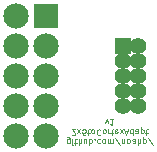
<source format=gbr>
G04 #@! TF.FileFunction,Soldermask,Bot*
%FSLAX46Y46*%
G04 Gerber Fmt 4.6, Leading zero omitted, Abs format (unit mm)*
G04 Created by KiCad (PCBNEW 4.0.0-rc1-stable) date 11/11/2015 5:52:51 PM*
%MOMM*%
G01*
G04 APERTURE LIST*
%ADD10C,0.100000*%
%ADD11C,0.125000*%
%ADD12R,1.400000X1.400000*%
%ADD13C,1.400000*%
%ADD14R,2.150000X2.150000*%
%ADD15C,2.150000*%
G04 APERTURE END LIST*
D10*
D11*
X152321047Y-115930643D02*
X152321047Y-115525881D01*
X152297238Y-115478262D01*
X152273428Y-115454452D01*
X152225809Y-115430643D01*
X152154381Y-115430643D01*
X152106762Y-115454452D01*
X152321047Y-115621119D02*
X152273428Y-115597310D01*
X152178190Y-115597310D01*
X152130571Y-115621119D01*
X152106762Y-115644929D01*
X152082952Y-115692548D01*
X152082952Y-115835405D01*
X152106762Y-115883024D01*
X152130571Y-115906833D01*
X152178190Y-115930643D01*
X152273428Y-115930643D01*
X152321047Y-115906833D01*
X152559143Y-115597310D02*
X152559143Y-115930643D01*
X152559143Y-116097310D02*
X152535333Y-116073500D01*
X152559143Y-116049690D01*
X152582952Y-116073500D01*
X152559143Y-116097310D01*
X152559143Y-116049690D01*
X152725809Y-115930643D02*
X152916285Y-115930643D01*
X152797238Y-116097310D02*
X152797238Y-115668738D01*
X152821047Y-115621119D01*
X152868666Y-115597310D01*
X152916285Y-115597310D01*
X153082952Y-115597310D02*
X153082952Y-116097310D01*
X153297237Y-115597310D02*
X153297237Y-115859214D01*
X153273428Y-115906833D01*
X153225809Y-115930643D01*
X153154380Y-115930643D01*
X153106761Y-115906833D01*
X153082952Y-115883024D01*
X153749618Y-115930643D02*
X153749618Y-115597310D01*
X153535333Y-115930643D02*
X153535333Y-115668738D01*
X153559142Y-115621119D01*
X153606761Y-115597310D01*
X153678190Y-115597310D01*
X153725809Y-115621119D01*
X153749618Y-115644929D01*
X153987714Y-115597310D02*
X153987714Y-116097310D01*
X153987714Y-115906833D02*
X154035333Y-115930643D01*
X154130571Y-115930643D01*
X154178190Y-115906833D01*
X154201999Y-115883024D01*
X154225809Y-115835405D01*
X154225809Y-115692548D01*
X154201999Y-115644929D01*
X154178190Y-115621119D01*
X154130571Y-115597310D01*
X154035333Y-115597310D01*
X153987714Y-115621119D01*
X154440095Y-115644929D02*
X154463904Y-115621119D01*
X154440095Y-115597310D01*
X154416285Y-115621119D01*
X154440095Y-115644929D01*
X154440095Y-115597310D01*
X154892475Y-115621119D02*
X154844856Y-115597310D01*
X154749618Y-115597310D01*
X154701999Y-115621119D01*
X154678190Y-115644929D01*
X154654380Y-115692548D01*
X154654380Y-115835405D01*
X154678190Y-115883024D01*
X154701999Y-115906833D01*
X154749618Y-115930643D01*
X154844856Y-115930643D01*
X154892475Y-115906833D01*
X155178189Y-115597310D02*
X155130570Y-115621119D01*
X155106761Y-115644929D01*
X155082951Y-115692548D01*
X155082951Y-115835405D01*
X155106761Y-115883024D01*
X155130570Y-115906833D01*
X155178189Y-115930643D01*
X155249618Y-115930643D01*
X155297237Y-115906833D01*
X155321046Y-115883024D01*
X155344856Y-115835405D01*
X155344856Y-115692548D01*
X155321046Y-115644929D01*
X155297237Y-115621119D01*
X155249618Y-115597310D01*
X155178189Y-115597310D01*
X155559142Y-115597310D02*
X155559142Y-115930643D01*
X155559142Y-115883024D02*
X155582951Y-115906833D01*
X155630570Y-115930643D01*
X155701999Y-115930643D01*
X155749618Y-115906833D01*
X155773427Y-115859214D01*
X155773427Y-115597310D01*
X155773427Y-115859214D02*
X155797237Y-115906833D01*
X155844856Y-115930643D01*
X155916284Y-115930643D01*
X155963904Y-115906833D01*
X155987713Y-115859214D01*
X155987713Y-115597310D01*
X156582951Y-116121119D02*
X156154380Y-115478262D01*
X156749619Y-115930643D02*
X156749619Y-115597310D01*
X156749619Y-115883024D02*
X156773428Y-115906833D01*
X156821047Y-115930643D01*
X156892476Y-115930643D01*
X156940095Y-115906833D01*
X156963904Y-115859214D01*
X156963904Y-115597310D01*
X157273428Y-115597310D02*
X157225809Y-115621119D01*
X157202000Y-115644929D01*
X157178190Y-115692548D01*
X157178190Y-115835405D01*
X157202000Y-115883024D01*
X157225809Y-115906833D01*
X157273428Y-115930643D01*
X157344857Y-115930643D01*
X157392476Y-115906833D01*
X157416285Y-115883024D01*
X157440095Y-115835405D01*
X157440095Y-115692548D01*
X157416285Y-115644929D01*
X157392476Y-115621119D01*
X157344857Y-115597310D01*
X157273428Y-115597310D01*
X157868666Y-115597310D02*
X157868666Y-115859214D01*
X157844857Y-115906833D01*
X157797238Y-115930643D01*
X157702000Y-115930643D01*
X157654381Y-115906833D01*
X157868666Y-115621119D02*
X157821047Y-115597310D01*
X157702000Y-115597310D01*
X157654381Y-115621119D01*
X157630571Y-115668738D01*
X157630571Y-115716357D01*
X157654381Y-115763976D01*
X157702000Y-115787786D01*
X157821047Y-115787786D01*
X157868666Y-115811595D01*
X158106762Y-115597310D02*
X158106762Y-116097310D01*
X158321047Y-115597310D02*
X158321047Y-115859214D01*
X158297238Y-115906833D01*
X158249619Y-115930643D01*
X158178190Y-115930643D01*
X158130571Y-115906833D01*
X158106762Y-115883024D01*
X158559143Y-115930643D02*
X158559143Y-115430643D01*
X158559143Y-115906833D02*
X158606762Y-115930643D01*
X158702000Y-115930643D01*
X158749619Y-115906833D01*
X158773428Y-115883024D01*
X158797238Y-115835405D01*
X158797238Y-115692548D01*
X158773428Y-115644929D01*
X158749619Y-115621119D01*
X158702000Y-115597310D01*
X158606762Y-115597310D01*
X158559143Y-115621119D01*
X159368666Y-116121119D02*
X158940095Y-115478262D01*
X152523430Y-115224690D02*
X152547240Y-115248500D01*
X152594859Y-115272310D01*
X152713906Y-115272310D01*
X152761525Y-115248500D01*
X152785335Y-115224690D01*
X152809144Y-115177071D01*
X152809144Y-115129452D01*
X152785335Y-115058024D01*
X152499621Y-114772310D01*
X152809144Y-114772310D01*
X152975811Y-114772310D02*
X153237715Y-115105643D01*
X152975811Y-115105643D02*
X153237715Y-114772310D01*
X153666287Y-115272310D02*
X153428192Y-115272310D01*
X153404382Y-115034214D01*
X153428192Y-115058024D01*
X153475811Y-115081833D01*
X153594858Y-115081833D01*
X153642477Y-115058024D01*
X153666287Y-115034214D01*
X153690096Y-114986595D01*
X153690096Y-114867548D01*
X153666287Y-114819929D01*
X153642477Y-114796119D01*
X153594858Y-114772310D01*
X153475811Y-114772310D01*
X153428192Y-114796119D01*
X153404382Y-114819929D01*
X153832953Y-115105643D02*
X154023429Y-115105643D01*
X153904382Y-115272310D02*
X153904382Y-114843738D01*
X153928191Y-114796119D01*
X153975810Y-114772310D01*
X154023429Y-114772310D01*
X154261524Y-114772310D02*
X154213905Y-114796119D01*
X154190096Y-114819929D01*
X154166286Y-114867548D01*
X154166286Y-115010405D01*
X154190096Y-115058024D01*
X154213905Y-115081833D01*
X154261524Y-115105643D01*
X154332953Y-115105643D01*
X154380572Y-115081833D01*
X154404381Y-115058024D01*
X154428191Y-115010405D01*
X154428191Y-114867548D01*
X154404381Y-114819929D01*
X154380572Y-114796119D01*
X154332953Y-114772310D01*
X154261524Y-114772310D01*
X154928191Y-114819929D02*
X154904381Y-114796119D01*
X154832953Y-114772310D01*
X154785334Y-114772310D01*
X154713905Y-114796119D01*
X154666286Y-114843738D01*
X154642477Y-114891357D01*
X154618667Y-114986595D01*
X154618667Y-115058024D01*
X154642477Y-115153262D01*
X154666286Y-115200881D01*
X154713905Y-115248500D01*
X154785334Y-115272310D01*
X154832953Y-115272310D01*
X154904381Y-115248500D01*
X154928191Y-115224690D01*
X155213905Y-114772310D02*
X155166286Y-114796119D01*
X155142477Y-114819929D01*
X155118667Y-114867548D01*
X155118667Y-115010405D01*
X155142477Y-115058024D01*
X155166286Y-115081833D01*
X155213905Y-115105643D01*
X155285334Y-115105643D01*
X155332953Y-115081833D01*
X155356762Y-115058024D01*
X155380572Y-115010405D01*
X155380572Y-114867548D01*
X155356762Y-114819929D01*
X155332953Y-114796119D01*
X155285334Y-114772310D01*
X155213905Y-114772310D01*
X155594858Y-114772310D02*
X155594858Y-115105643D01*
X155594858Y-115010405D02*
X155618667Y-115058024D01*
X155642477Y-115081833D01*
X155690096Y-115105643D01*
X155737715Y-115105643D01*
X155832953Y-115105643D02*
X156023429Y-115105643D01*
X155904382Y-115272310D02*
X155904382Y-114843738D01*
X155928191Y-114796119D01*
X155975810Y-114772310D01*
X156023429Y-114772310D01*
X156380572Y-114796119D02*
X156332953Y-114772310D01*
X156237715Y-114772310D01*
X156190096Y-114796119D01*
X156166286Y-114843738D01*
X156166286Y-115034214D01*
X156190096Y-115081833D01*
X156237715Y-115105643D01*
X156332953Y-115105643D01*
X156380572Y-115081833D01*
X156404381Y-115034214D01*
X156404381Y-114986595D01*
X156166286Y-114938976D01*
X156571048Y-114772310D02*
X156832952Y-115105643D01*
X156571048Y-115105643D02*
X156832952Y-114772310D01*
X156999619Y-114915167D02*
X157237714Y-114915167D01*
X156952000Y-114772310D02*
X157118667Y-115272310D01*
X157285333Y-114772310D01*
X157666285Y-114772310D02*
X157666285Y-115272310D01*
X157666285Y-114796119D02*
X157618666Y-114772310D01*
X157523428Y-114772310D01*
X157475809Y-114796119D01*
X157452000Y-114819929D01*
X157428190Y-114867548D01*
X157428190Y-115010405D01*
X157452000Y-115058024D01*
X157475809Y-115081833D01*
X157523428Y-115105643D01*
X157618666Y-115105643D01*
X157666285Y-115081833D01*
X158118666Y-114772310D02*
X158118666Y-115034214D01*
X158094857Y-115081833D01*
X158047238Y-115105643D01*
X157952000Y-115105643D01*
X157904381Y-115081833D01*
X158118666Y-114796119D02*
X158071047Y-114772310D01*
X157952000Y-114772310D01*
X157904381Y-114796119D01*
X157880571Y-114843738D01*
X157880571Y-114891357D01*
X157904381Y-114938976D01*
X157952000Y-114962786D01*
X158071047Y-114962786D01*
X158118666Y-114986595D01*
X158356762Y-115105643D02*
X158356762Y-114605643D01*
X158356762Y-115081833D02*
X158404381Y-115105643D01*
X158499619Y-115105643D01*
X158547238Y-115081833D01*
X158571047Y-115058024D01*
X158594857Y-115010405D01*
X158594857Y-114867548D01*
X158571047Y-114819929D01*
X158547238Y-114796119D01*
X158499619Y-114772310D01*
X158404381Y-114772310D01*
X158356762Y-114796119D01*
X158737714Y-115105643D02*
X158928190Y-115105643D01*
X158809143Y-115272310D02*
X158809143Y-114843738D01*
X158832952Y-114796119D01*
X158880571Y-114772310D01*
X158928190Y-114772310D01*
X155344858Y-114280643D02*
X155463905Y-113947310D01*
X155582953Y-114280643D01*
X156035333Y-113947310D02*
X155749619Y-113947310D01*
X155892476Y-113947310D02*
X155892476Y-114447310D01*
X155844857Y-114375881D01*
X155797238Y-114328262D01*
X155749619Y-114304452D01*
D12*
X156845000Y-107696000D03*
D13*
X158115000Y-107696000D03*
X156845000Y-108966000D03*
X158115000Y-108966000D03*
X156845000Y-110236000D03*
X158115000Y-110236000D03*
X156845000Y-111506000D03*
X158115000Y-111506000D03*
X156845000Y-112776000D03*
X158115000Y-112776000D03*
D14*
X150368000Y-105156000D03*
D15*
X147828000Y-105156000D03*
X150368000Y-107696000D03*
X147828000Y-107696000D03*
X150368000Y-110236000D03*
X147828000Y-110236000D03*
X150368000Y-112776000D03*
X147828000Y-112776000D03*
X150368000Y-115316000D03*
X147828000Y-115316000D03*
M02*

</source>
